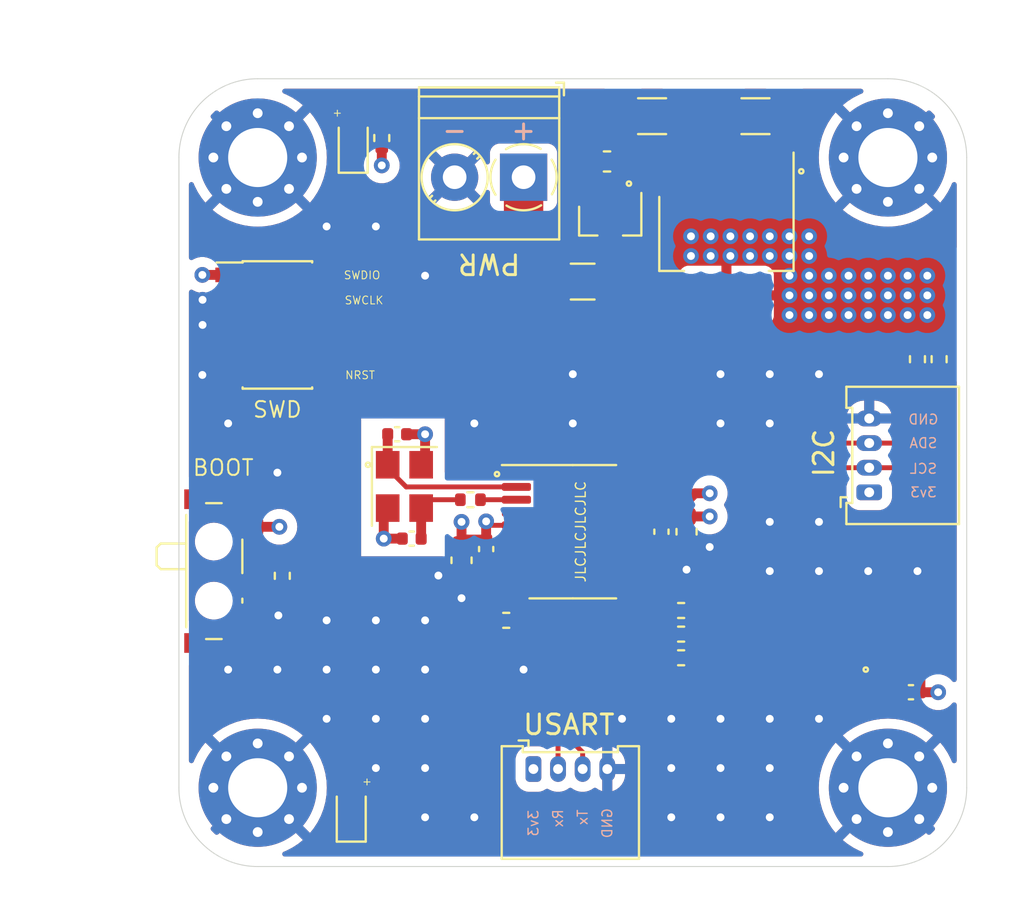
<source format=kicad_pcb>
(kicad_pcb (version 20211014) (generator pcbnew)
  (layers (0 "F.Cu" signal) (1 "In1.Cu" power) (2 "In2.Cu" power) (31 "B.Cu" signal) (34 "B.Paste" user) (35 "F.Paste" user) (36 "B.SilkS" user "B.Silkscreen") (37 "F.SilkS" user "F.Silkscreen") (38 "B.Mask" user) (39 "F.Mask" user) (44 "Edge.Cuts" user))
  (net 0 "")
  (net 1 "+3V3")
  (net 2 "GND")
  (net 3 "RCC_OSC_IN")
  (net 4 "Net-(C4-Pad1)")
  (net 5 "VCC")
  (net 6 "Net-(D3-Pad2)")
  (net 7 "Net-(D4-Pad2)")
  (net 8 "Net-(D5-Pad1)")
  (net 9 "Net-(D5-Pad2)")
  (net 10 "Net-(D5-Pad3)")
  (net 11 "Net-(F1-Pad1)")
  (net 12 "Net-(F1-Pad2)")
  (net 13 "I2C1_SCL")
  (net 14 "I2C1_SDA")
  (net 15 "SYS_SWDIO")
  (net 16 "SYS_SWCLK")
  (net 17 "Net-(J3-Pad6)")
  (net 18 "Net-(J3-Pad7)")
  (net 19 "Net-(J3-Pad8)")
  (net 20 "NRST")
  (net 21 "USART1_TX")
  (net 22 "USART1_RX")
  (net 23 "RCC_OSC_OUT")
  (net 24 "TIM3_CH1")
  (net 25 "TIM3_CH2")
  (net 26 "TIM3_CH4")
  (net 27 "TIM14_CH1")
  (net 28 "BOOT")
  (net 29 "Net-(R12-Pad1)")
  (net 30 "Net-(U1-Pad6)")
  (net 31 "Net-(U1-Pad7)")
  (net 32 "Net-(U1-Pad11)")
  (net 33 "Net-(FB1-Pad2)")
  (footprint "Capacitor_SMD:C_0603_1608Metric" (layer "F.Cu") (at 55.775 53 -90)
    (fp_text reference "C1")
    (fp_text value "4u7")
    (pad "1" smd roundrect locked (at -0.775 0 270) (size 0.9 0.95) (layers "F.Cu" "F.Paste" "F.Mask") (net 1 "+3V3"))
    (pad "2" smd roundrect locked (at 0.775 0 270) (size 0.9 0.95) (layers "F.Cu" "F.Paste" "F.Mask") (net 2 "GND"))
  )
  (footprint "Capacitor_SMD:C_0402_1005Metric" (layer "F.Cu") (at 54.5 53 -90)
    (fp_text reference "C2")
    (fp_text value "100n")
    (pad "1" smd roundrect locked (at -0.48 0 270) (size 0.56 0.62) (layers "F.Cu" "F.Paste" "F.Mask") (net 1 "+3V3"))
    (pad "2" smd roundrect locked (at 0.48 0 270) (size 0.56 0.62) (layers "F.Cu" "F.Paste" "F.Mask") (net 2 "GND"))
  )
  (footprint "Capacitor_SMD:C_0603_1608Metric" (layer "F.Cu") (at 44.35 54.45 -90)
    (fp_text reference "C5")
    (fp_text value "1u")
    (pad "1" smd roundrect locked (at -0.775 0 270) (size 0.9 0.95) (layers "F.Cu" "F.Paste" "F.Mask") (net 1 "+3V3"))
    (pad "2" smd roundrect locked (at 0.775 0 270) (size 0.9 0.95) (layers "F.Cu" "F.Paste" "F.Mask") (net 2 "GND"))
  )
  (footprint "MountingHole:MountingHole_3mm_Pad_Via" (layer "F.Cu") (at 34 34)
    (fp_text reference "H1")
    (fp_text value "MountingHole_Pad")
    (pad "1" thru_hole circle locked (at 2.25 0) (size 0.8 0.8) (drill 0.5) (layers *.Cu *.Mask) (net 2 "GND"))
    (pad "1" thru_hole circle locked (at -2.25 0) (size 0.8 0.8) (drill 0.5) (layers *.Cu *.Mask) (net 2 "GND"))
    (pad "1" thru_hole circle locked (at 1.59099 -1.59099) (size 0.8 0.8) (drill 0.5) (layers *.Cu *.Mask) (net 2 "GND"))
    (pad "1" thru_hole circle locked (at 1.59099 1.59099) (size 0.8 0.8) (drill 0.5) (layers *.Cu *.Mask) (net 2 "GND"))
    (pad "1" thru_hole circle locked (at -1.59099 -1.59099) (size 0.8 0.8) (drill 0.5) (layers *.Cu *.Mask) (net 2 "GND"))
    (pad "1" thru_hole circle locked (at -1.59099 1.59099) (size 0.8 0.8) (drill 0.5) (layers *.Cu *.Mask) (net 2 "GND"))
    (pad "1" thru_hole circle locked (at 0 2.25) (size 0.8 0.8) (drill 0.5) (layers *.Cu *.Mask) (net 2 "GND"))
    (pad "1" thru_hole circle locked (at 0 0) (size 6 6) (drill 3) (layers *.Cu *.Mask) (net 2 "GND"))
    (pad "1" thru_hole circle locked (at 0 -2.25) (size 0.8 0.8) (drill 0.5) (layers *.Cu *.Mask) (net 2 "GND"))
  )
  (footprint "MountingHole:MountingHole_3mm_Pad_Via" (layer "F.Cu") (at 34 66)
    (fp_text reference "H2")
    (fp_text value "MountingHole_Pad")
    (pad "1" thru_hole circle locked (at 1.59099 1.59099) (size 0.8 0.8) (drill 0.5) (layers *.Cu *.Mask) (net 2 "GND"))
    (pad "1" thru_hole circle locked (at -2.25 0) (size 0.8 0.8) (drill 0.5) (layers *.Cu *.Mask) (net 2 "GND"))
    (pad "1" thru_hole circle locked (at -1.59099 -1.59099) (size 0.8 0.8) (drill 0.5) (layers *.Cu *.Mask) (net 2 "GND"))
    (pad "1" thru_hole circle locked (at 0 0) (size 6 6) (drill 3) (layers *.Cu *.Mask) (net 2 "GND"))
    (pad "1" thru_hole circle locked (at -1.59099 1.59099) (size 0.8 0.8) (drill 0.5) (layers *.Cu *.Mask) (net 2 "GND"))
    (pad "1" thru_hole circle locked (at 0 -2.25) (size 0.8 0.8) (drill 0.5) (layers *.Cu *.Mask) (net 2 "GND"))
    (pad "1" thru_hole circle locked (at 2.25 0) (size 0.8 0.8) (drill 0.5) (layers *.Cu *.Mask) (net 2 "GND"))
    (pad "1" thru_hole circle locked (at 1.59099 -1.59099) (size 0.8 0.8) (drill 0.5) (layers *.Cu *.Mask) (net 2 "GND"))
    (pad "1" thru_hole circle locked (at 0 2.25) (size 0.8 0.8) (drill 0.5) (layers *.Cu *.Mask) (net 2 "GND"))
  )
  (footprint "MountingHole:MountingHole_3mm_Pad_Via" (layer "F.Cu") (at 66 66)
    (fp_text reference "H3")
    (fp_text value "MountingHole_Pad")
    (pad "1" thru_hole circle locked (at 0 -2.25) (size 0.8 0.8) (drill 0.5) (layers *.Cu *.Mask) (net 2 "GND"))
    (pad "1" thru_hole circle locked (at 1.59099 -1.59099) (size 0.8 0.8) (drill 0.5) (layers *.Cu *.Mask) (net 2 "GND"))
    (pad "1" thru_hole circle locked (at 2.25 0) (size 0.8 0.8) (drill 0.5) (layers *.Cu *.Mask) (net 2 "GND"))
    (pad "1" thru_hole circle locked (at -2.25 0) (size 0.8 0.8) (drill 0.5) (layers *.Cu *.Mask) (net 2 "GND"))
    (pad "1" thru_hole circle locked (at 1.59099 1.59099) (size 0.8 0.8) (drill 0.5) (layers *.Cu *.Mask) (net 2 "GND"))
    (pad "1" thru_hole circle locked (at -1.59099 1.59099) (size 0.8 0.8) (drill 0.5) (layers *.Cu *.Mask) (net 2 "GND"))
    (pad "1" thru_hole circle locked (at 0 2.25) (size 0.8 0.8) (drill 0.5) (layers *.Cu *.Mask) (net 2 "GND"))
    (pad "1" thru_hole circle locked (at -1.59099 -1.59099) (size 0.8 0.8) (drill 0.5) (layers *.Cu *.Mask) (net 2 "GND"))
    (pad "1" thru_hole circle locked (at 0 0) (size 6 6) (drill 3) (layers *.Cu *.Mask) (net 2 "GND"))
  )
  (footprint "Connector_PinHeader_1.27mm:PinHeader_2x05_P1.27mm_Vertical_SMD" (layer "F.Cu") (at 35 42.5)
    (fp_text reference "J3")
    (fp_text value "SWD")
    (pad "1" smd rect locked (at -1.95 -2.54) (size 2.4 0.74) (layers "F.Cu" "F.Paste" "F.Mask") (net 1 "+3V3"))
    (pad "2" smd rect locked (at 1.95 -2.54) (size 2.4 0.74) (layers "F.Cu" "F.Paste" "F.Mask") (net 15 "SYS_SWDIO"))
    (pad "3" smd rect locked (at -1.95 -1.27) (size 2.4 0.74) (layers "F.Cu" "F.Paste" "F.Mask") (net 2 "GND"))
    (pad "4" smd rect locked (at 1.95 -1.27) (size 2.4 0.74) (layers "F.Cu" "F.Paste" "F.Mask") (net 16 "SYS_SWCLK"))
    (pad "5" smd rect locked (at -1.95 0) (size 2.4 0.74) (layers "F.Cu" "F.Paste" "F.Mask") (net 2 "GND"))
    (pad "6" smd rect locked (at 1.95 0) (size 2.4 0.74) (layers "F.Cu" "F.Paste" "F.Mask") (net 17 "Net-(J3-Pad6)"))
    (pad "7" smd rect locked (at -1.95 1.27) (size 2.4 0.74) (layers "F.Cu" "F.Paste" "F.Mask") (net 18 "Net-(J3-Pad7)"))
    (pad "8" smd rect locked (at 1.95 1.27) (size 2.4 0.74) (layers "F.Cu" "F.Paste" "F.Mask") (net 19 "Net-(J3-Pad8)"))
    (pad "9" smd rect locked (at -1.95 2.54) (size 2.4 0.74) (layers "F.Cu" "F.Paste" "F.Mask") (net 2 "GND"))
    (pad "10" smd rect locked (at 1.95 2.54) (size 2.4 0.74) (layers "F.Cu" "F.Paste" "F.Mask") (net 20 "NRST"))
  )
  (footprint "Resistor_SMD:R_0402_1005Metric" (layer "F.Cu") (at 68.6 44.24 -90)
    (fp_text reference "R3")
    (fp_text value "4k7")
    (pad "1" smd roundrect locked (at -0.51 0 270) (size 0.54 0.64) (layers "F.Cu" "F.Paste" "F.Mask") (net 1 "+3V3"))
    (pad "2" smd roundrect locked (at 0.51 0 270) (size 0.54 0.64) (layers "F.Cu" "F.Paste" "F.Mask") (net 13 "I2C1_SCL"))
  )
  (footprint "Resistor_SMD:R_0402_1005Metric" (layer "F.Cu") (at 67.5 44.24 -90)
    (fp_text reference "R6")
    (fp_text value "4k7")
    (pad "1" smd roundrect locked (at -0.51 0 270) (size 0.54 0.64) (layers "F.Cu" "F.Paste" "F.Mask") (net 1 "+3V3"))
    (pad "2" smd roundrect locked (at 0.51 0 270) (size 0.54 0.64) (layers "F.Cu" "F.Paste" "F.Mask") (net 14 "I2C1_SDA"))
  )
  (footprint "Resistor_SMD:R_0402_1005Metric" (layer "F.Cu") (at 55.5 59.4 180)
    (fp_text reference "R8")
    (fp_text value "1k5")
    (pad "1" smd roundrect locked (at -0.51 0 180) (size 0.54 0.64) (layers "F.Cu" "F.Paste" "F.Mask") (net 8 "Net-(D5-Pad1)"))
    (pad "2" smd roundrect locked (at 0.51 0 180) (size 0.54 0.64) (layers "F.Cu" "F.Paste" "F.Mask") (net 26 "TIM3_CH4"))
  )
  (footprint "Resistor_SMD:R_0402_1005Metric" (layer "F.Cu") (at 35.25 55.24 90)
    (fp_text reference "R12")
    (fp_text value "10k")
    (pad "1" smd roundrect locked (at -0.51 0 90) (size 0.54 0.64) (layers "F.Cu" "F.Paste" "F.Mask") (net 29 "Net-(R12-Pad1)"))
    (pad "2" smd roundrect locked (at 0.51 0 90) (size 0.54 0.64) (layers "F.Cu" "F.Paste" "F.Mask") (net 28 "BOOT"))
  )
  (footprint "Button_Switch_SMD:SW_SPDT_PCM12" (layer "F.Cu") (at 32.1 55 -90)
    (fp_text reference "SW1")
    (fp_text value "BOOT")
    (pad "" smd rect locked (at 3.65 1.43 270) (size 1 0.8) (layers "F.Cu" "F.Paste" "F.Mask"))
    (pad "" smd rect locked (at -3.65 -0.78 270) (size 1 0.8) (layers "F.Cu" "F.Paste" "F.Mask"))
    (pad "" np_thru_hole circle locked (at 1.5 0.33 270) (size 0.9 0.9) (drill 0.9) (layers *.Cu *.Mask))
    (pad "" smd rect locked (at 3.65 -0.78 270) (size 1 0.8) (layers "F.Cu" "F.Paste" "F.Mask"))
    (pad "" np_thru_hole circle locked (at -1.5 0.33 270) (size 0.9 0.9) (drill 0.9) (layers *.Cu *.Mask))
    (pad "" smd rect locked (at -3.65 1.43 270) (size 1 0.8) (layers "F.Cu" "F.Paste" "F.Mask"))
    (pad "1" smd rect locked (at -2.25 -1.43 270) (size 0.7 1.5) (layers "F.Cu" "F.Paste" "F.Mask") (net 1 "+3V3"))
    (pad "2" smd rect locked (at 0.75 -1.43 270) (size 0.7 1.5) (layers "F.Cu" "F.Paste" "F.Mask") (net 29 "Net-(R12-Pad1)"))
    (pad "3" smd rect locked (at 2.25 -1.43 270) (size 0.7 1.5) (layers "F.Cu" "F.Paste" "F.Mask") (net 2 "GND"))
  )
  (footprint "Capacitor_SMD:C_0402_1005Metric" (layer "F.Cu") (at 45.6 53.88 -90)
    (fp_text reference "C6")
    (fp_text value "100n")
    (pad "1" smd roundrect locked (at -0.48 0 270) (size 0.56 0.62) (layers "F.Cu" "F.Paste" "F.Mask") (net 1 "+3V3"))
    (pad "2" smd roundrect locked (at 0.48 0 270) (size 0.56 0.62) (layers "F.Cu" "F.Paste" "F.Mask") (net 2 "GND"))
  )
  (footprint "Resistor_SMD:R_0402_1005Metric" (layer "F.Cu") (at 44.8 51.375 180)
    (fp_text reference "R2")
    (fp_text value "0")
    (pad "1" smd roundrect locked (at -0.51 0 180) (size 0.54 0.64) (layers "F.Cu" "F.Paste" "F.Mask") (net 23 "RCC_OSC_OUT"))
    (pad "2" smd roundrect locked (at 0.51 0 180) (size 0.54 0.64) (layers "F.Cu" "F.Paste" "F.Mask") (net 4 "Net-(C4-Pad1)"))
  )
  (footprint "Capacitor_SMD:C_0402_1005Metric" (layer "F.Cu") (at 41.08 48.05 180)
    (fp_text reference "C3")
    (fp_text value "6p")
    (pad "1" smd roundrect locked (at -0.48 0 180) (size 0.56 0.62) (layers "F.Cu" "F.Paste" "F.Mask") (net 2 "GND"))
    (pad "2" smd roundrect locked (at 0.48 0 180) (size 0.56 0.62) (layers "F.Cu" "F.Paste" "F.Mask") (net 3 "RCC_OSC_IN"))
  )
  (footprint "Crystal:Crystal_SMD_3225-4Pin_3.2x2.5mm" (layer "F.Cu") (at 41.45 50.7 -90)
    (fp_text reference "Y1")
    (fp_text value "16MHz")
    (pad "1" smd rect locked (at -1.1 0.85 270) (size 1.4 1.2) (layers "F.Cu" "F.Paste" "F.Mask") (net 3 "RCC_OSC_IN"))
    (pad "2" smd rect locked (at 1.1 0.85 270) (size 1.4 1.2) (layers "F.Cu" "F.Paste" "F.Mask") (net 2 "GND"))
    (pad "3" smd rect locked (at 1.1 -0.85 270) (size 1.4 1.2) (layers "F.Cu" "F.Paste" "F.Mask") (net 4 "Net-(C4-Pad1)"))
    (pad "4" smd rect locked (at -1.1 -0.85 270) (size 1.4 1.2) (layers "F.Cu" "F.Paste" "F.Mask") (net 2 "GND"))
  )
  (footprint "Capacitor_SMD:C_0402_1005Metric" (layer "F.Cu") (at 41.82 53.35 180)
    (fp_text reference "C4")
    (fp_text value "6p")
    (pad "1" smd roundrect locked (at -0.48 0 180) (size 0.56 0.62) (layers "F.Cu" "F.Paste" "F.Mask") (net 4 "Net-(C4-Pad1)"))
    (pad "2" smd roundrect locked (at 0.48 0 180) (size 0.56 0.62) (layers "F.Cu" "F.Paste" "F.Mask") (net 2 "GND"))
  )
  (footprint "MountingHole:MountingHole_3mm_Pad_Via" (layer "F.Cu") (at 66 34)
    (fp_text reference "H4")
    (fp_text value "MountingHole_Pad")
    (pad "1" thru_hole circle locked (at 1.59099 -1.59099) (size 0.8 0.8) (drill 0.5) (layers *.Cu *.Mask) (net 2 "GND"))
    (pad "1" thru_hole circle locked (at 1.59099 1.59099) (size 0.8 0.8) (drill 0.5) (layers *.Cu *.Mask) (net 2 "GND"))
    (pad "1" thru_hole circle locked (at 0 -2.25) (size 0.8 0.8) (drill 0.5) (layers *.Cu *.Mask) (net 2 "GND"))
    (pad "1" thru_hole circle locked (at -1.59099 1.59099) (size 0.8 0.8) (drill 0.5) (layers *.Cu *.Mask) (net 2 "GND"))
    (pad "1" thru_hole circle locked (at 0 2.25) (size 0.8 0.8) (drill 0.5) (layers *.Cu *.Mask) (net 2 "GND"))
    (pad "1" thru_hole circle locked (at -1.59099 -1.59099) (size 0.8 0.8) (drill 0.5) (layers *.Cu *.Mask) (net 2 "GND"))
    (pad "1" thru_hole circle locked (at -2.25 0) (size 0.8 0.8) (drill 0.5) (layers *.Cu *.Mask) (net 2 "GND"))
    (pad "1" thru_hole circle locked (at 0 0) (size 6 6) (drill 3) (layers *.Cu *.Mask) (net 2 "GND"))
    (pad "1" thru_hole circle locked (at 2.25 0) (size 0.8 0.8) (drill 0.5) (layers *.Cu *.Mask) (net 2 "GND"))
  )
  (footprint "Package_TO_SOT_SMD:SOT-223-3_TabPin2" (layer "F.Cu") (at 57.8 37.85 -90)
    (fp_text reference "U2")
    (fp_text value "AMS1117-3.3")
    (pad "1" smd rect locked (at -3.15 -2.3 270) (size 2 1.5) (layers "F.Cu" "F.Paste" "F.Mask") (net 2 "GND"))
    (pad "2" smd rect locked (at 3.15 0 270) (size 2 3.8) (layers "F.Cu" "F.Paste" "F.Mask") (net 1 "+3V3"))
    (pad "2" smd rect locked (at -3.15 0 270) (size 2 1.5) (layers "F.Cu" "F.Paste" "F.Mask") (net 1 "+3V3"))
    (pad "3" smd rect locked (at -3.15 2.3 270) (size 2 1.5) (layers "F.Cu" "F.Paste" "F.Mask") (net 5 "VCC"))
  )
  (footprint "Capacitor_SMD:C_1206_3216Metric" (layer "F.Cu") (at 59.275 31.9)
    (fp_text reference "C8")
    (fp_text value "10u")
    (pad "1" smd roundrect locked (at -1.475 0) (size 1.15 1.8) (layers "F.Cu" "F.Paste" "F.Mask") (roundrect_rratio 0.2173904348) (net 1 "+3V3"))
    (pad "2" smd roundrect locked (at 1.475 0) (size 1.15 1.8) (layers "F.Cu" "F.Paste" "F.Mask") (roundrect_rratio 0.2173904348) (net 2 "GND"))
  )
  (footprint "Capacitor_SMD:C_1206_3216Metric" (layer "F.Cu") (at 54.025 31.9)
    (fp_text reference "C7")
    (fp_text value "10u")
    (pad "1" smd roundrect locked (at -1.475 0) (size 1.15 1.8) (layers "F.Cu" "F.Paste" "F.Mask") (roundrect_rratio 0.2173904348) (net 2 "GND"))
    (pad "2" smd roundrect locked (at 1.475 0) (size 1.15 1.8) (layers "F.Cu" "F.Paste" "F.Mask") (roundrect_rratio 0.2173904348) (net 5 "VCC"))
  )
  (footprint "Package_SO:TSSOP-20_4.4x6.5mm_P0.65mm" (layer "F.Cu") (at 50 53)
    (fp_text reference "U1")
    (fp_text value "STM32F030F4Px")
    (pad "1" smd roundrect locked (at -2.8625 -2.925) (size 1.475 0.4) (layers "F.Cu" "F.Paste" "F.Mask") (net 28 "BOOT"))
    (pad "2" smd roundrect locked (at -2.8625 -2.275) (size 1.475 0.4) (layers "F.Cu" "F.Paste" "F.Mask") (net 3 "RCC_OSC_IN"))
    (pad "3" smd roundrect locked (at -2.8625 -1.625) (size 1.475 0.4) (layers "F.Cu" "F.Paste" "F.Mask") (net 23 "RCC_OSC_OUT"))
    (pad "4" smd roundrect locked (at -2.8625 -0.975) (size 1.475 0.4) (layers "F.Cu" "F.Paste" "F.Mask") (net 20 "NRST"))
    (pad "5" smd roundrect locked (at -2.8625 -0.325) (size 1.475 0.4) (layers "F.Cu" "F.Paste" "F.Mask") (net 1 "+3V3"))
    (pad "6" smd roundrect locked (at -2.8625 0.325) (size 1.475 0.4) (layers "F.Cu" "F.Paste" "F.Mask") (net 30 "Net-(U1-Pad6)"))
    (pad "7" smd roundrect locked (at -2.8625 0.975) (size 1.475 0.4) (layers "F.Cu" "F.Paste" "F.Mask") (net 31 "Net-(U1-Pad7)"))
    (pad "8" smd roundrect locked (at -2.8625 1.625) (size 1.475 0.4) (layers "F.Cu" "F.Paste" "F.Mask") (net 21 "USART1_TX"))
    (pad "9" smd roundrect locked (at -2.8625 2.275) (size 1.475 0.4) (layers "F.Cu" "F.Paste" "F.Mask") (net 22 "USART1_RX"))
    (pad "10" smd roundrect locked (at -2.8625 2.925) (size 1.475 0.4) (layers "F.Cu" "F.Paste" "F.Mask") (net 27 "TIM14_CH1"))
    (pad "11" smd roundrect locked (at 2.8625 2.925) (size 1.475 0.4) (layers "F.Cu" "F.Paste" "F.Mask") (net 32 "Net-(U1-Pad11)"))
    (pad "12" smd roundrect locked (at 2.8625 2.275) (size 1.475 0.4) (layers "F.Cu" "F.Paste" "F.Mask") (net 24 "TIM3_CH1"))
    (pad "13" smd roundrect locked (at 2.8625 1.625) (size 1.475 0.4) (layers "F.Cu" "F.Paste" "F.Mask") (net 25 "TIM3_CH2"))
    (pad "14" smd roundrect locked (at 2.8625 0.975) (size 1.475 0.4) (layers "F.Cu" "F.Paste" "F.Mask") (net 26 "TIM3_CH4"))
    (pad "15" smd roundrect locked (at 2.8625 0.325) (size 1.475 0.4) (layers "F.Cu" "F.Paste" "F.Mask") (net 2 "GND"))
    (pad "16" smd roundrect locked (at 2.8625 -0.325) (size 1.475 0.4) (layers "F.Cu" "F.Paste" "F.Mask") (net 1 "+3V3"))
    (pad "17" smd roundrect locked (at 2.8625 -0.975) (size 1.475 0.4) (layers "F.Cu" "F.Paste" "F.Mask") (net 13 "I2C1_SCL"))
    (pad "18" smd roundrect locked (at 2.8625 -1.625) (size 1.475 0.4) (layers "F.Cu" "F.Paste" "F.Mask") (net 14 "I2C1_SDA"))
    (pad "19" smd roundrect locked (at 2.8625 -2.275) (size 1.475 0.4) (layers "F.Cu" "F.Paste" "F.Mask") (net 15 "SYS_SWDIO"))
    (pad "20" smd roundrect locked (at 2.8625 -2.925) (size 1.475 0.4) (layers "F.Cu" "F.Paste" "F.Mask") (net 16 "SYS_SWCLK"))
  )
  (footprint "Inductor_SMD:L_0603_1608Metric" (layer "F.Cu") (at 51.7375 34.2 180)
    (fp_text reference "FB1")
    (fp_text value "100@100MHz")
    (pad "1" smd roundrect locked (at -0.7875 0 180) (size 0.875 0.95) (layers "F.Cu" "F.Paste" "F.Mask") (net 5 "VCC"))
    (pad "2" smd roundrect locked (at 0.7875 0 180) (size 0.875 0.95) (layers "F.Cu" "F.Paste" "F.Mask") (net 33 "Net-(FB1-Pad2)"))
  )
  (footprint "Resistor_SMD:R_0402_1005Metric" (layer "F.Cu") (at 46.62 57.5)
    (fp_text reference "R11")
    (fp_text value "1k5")
    (pad "1" smd roundrect locked (at -0.51 0) (size 0.54 0.64) (layers "F.Cu" "F.Paste" "F.Mask") (net 7 "Net-(D4-Pad2)"))
    (pad "2" smd roundrect locked (at 0.51 0) (size 0.54 0.64) (layers "F.Cu" "F.Paste" "F.Mask") (net 27 "TIM14_CH1"))
  )
  (footprint "LED_SMD:LED_0603_1608Metric" (layer "F.Cu") (at 38.75 67.25 90)
    (fp_text reference "D4")
    (fp_text value "Yellow")
    (pad "1" smd roundrect locked (at -0.7875 0 90) (size 0.875 0.95) (layers "F.Cu" "F.Paste" "F.Mask") (net 2 "GND"))
    (pad "2" smd roundrect locked (at 0.7875 0 90) (size 0.875 0.95) (layers "F.Cu" "F.Paste" "F.Mask") (net 7 "Net-(D4-Pad2)"))
  )
  (footprint "Resistor_SMD:R_0402_1005Metric" (layer "F.Cu") (at 55.5 57 180)
    (fp_text reference "R10")
    (fp_text value "1k5")
    (pad "1" smd roundrect locked (at -0.51 0 180) (size 0.54 0.64) (layers "F.Cu" "F.Paste" "F.Mask") (net 10 "Net-(D5-Pad3)"))
    (pad "2" smd roundrect locked (at 0.51 0 180) (size 0.54 0.64) (layers "F.Cu" "F.Paste" "F.Mask") (net 25 "TIM3_CH2"))
  )
  (footprint "Resistor_SMD:R_0402_1005Metric" (layer "F.Cu") (at 55.5 58.2 180)
    (fp_text reference "R9")
    (fp_text value "1k5")
    (pad "1" smd roundrect locked (at -0.51 0 180) (size 0.54 0.64) (layers "F.Cu" "F.Paste" "F.Mask") (net 9 "Net-(D5-Pad2)"))
    (pad "2" smd roundrect locked (at 0.51 0 180) (size 0.54 0.64) (layers "F.Cu" "F.Paste" "F.Mask") (net 24 "TIM3_CH1"))
  )
  (footprint "Connector_Molex:Molex_PicoBlade_53048-0410_1x04_P1.25mm_Horizontal" (layer "F.Cu") (at 48 65.05)
    (fp_text reference "J4")
    (fp_text value "USART1")
    (pad "1" thru_hole roundrect locked (at 0 0) (size 0.8 1.3) (drill 0.5) (layers *.Cu *.Mask) (net 1 "+3V3"))
    (pad "2" thru_hole oval locked (at 1.25 0) (size 0.8 1.3) (drill 0.5) (layers *.Cu *.Mask) (net 22 "USART1_RX"))
    (pad "3" thru_hole oval locked (at 2.5 0) (size 0.8 1.3) (drill 0.5) (layers *.Cu *.Mask) (net 21 "USART1_TX"))
    (pad "4" thru_hole oval locked (at 3.75 0) (size 0.8 1.3) (drill 0.5) (layers *.Cu *.Mask) (net 2 "GND"))
  )
  (footprint "Package_TO_SOT_SMD:SOT-23" (layer "F.Cu") (at 51.9 37.2 -90)
    (fp_text reference "Q1")
    (fp_text value "AO3401A")
    (pad "1" smd rect locked (at -1 -0.95 270) (size 0.9 0.8) (layers "F.Cu" "F.Paste" "F.Mask") (net 2 "GND"))
    (pad "2" smd rect locked (at -1 0.95 270) (size 0.9 0.8) (layers "F.Cu" "F.Paste" "F.Mask") (net 33 "Net-(FB1-Pad2)"))
    (pad "3" smd rect locked (at 1 0 270) (size 0.9 0.8) (layers "F.Cu" "F.Paste" "F.Mask") (net 11 "Net-(F1-Pad1)"))
  )
  (footprint "Fuse:Fuse_1206_3216Metric" (layer "F.Cu") (at 50.5 40.3 180)
    (fp_text reference "F1")
    (fp_text value "1A/33V")
    (pad "1" smd roundrect locked (at -1.4 0 180) (size 1.25 1.75) (layers "F.Cu" "F.Paste" "F.Mask") (roundrect_rratio 0.2) (net 11 "Net-(F1-Pad1)"))
    (pad "2" smd roundrect locked (at 1.4 0 180) (size 1.25 1.75) (layers "F.Cu" "F.Paste" "F.Mask") (roundrect_rratio 0.2) (net 12 "Net-(F1-Pad2)"))
  )
  (footprint "TerminalBlock_Phoenix:TerminalBlock_Phoenix_PT-1,5-2-3.5-H_1x02_P3.50mm_Horizontal" (layer "F.Cu") (at 47.5 35 180)
    (fp_text reference "J1")
    (fp_text value "PWR")
    (pad "1" thru_hole rect locked (at 0 0 180) (size 2.4 2.4) (drill 1.2) (layers *.Cu *.Mask) (net 12 "Net-(F1-Pad2)"))
    (pad "2" thru_hole circle locked (at 3.5 0 180) (size 2.4 2.4) (drill 1.2) (layers *.Cu *.Mask) (net 2 "GND"))
  )
  (footprint "LED_SMD:LED_0603_1608Metric" (layer "F.Cu") (at 38.85 33.2875 90)
    (fp_text reference "D3")
    (fp_text value "Green")
    (pad "1" smd roundrect locked (at -0.7875 0 90) (size 0.875 0.95) (layers "F.Cu" "F.Paste" "F.Mask") (net 2 "GND"))
    (pad "2" smd roundrect locked (at 0.7875 0 90) (size 0.875 0.95) (layers "F.Cu" "F.Paste" "F.Mask") (net 6 "Net-(D3-Pad2)"))
  )
  (footprint "Resistor_SMD:R_0402_1005Metric" (layer "F.Cu") (at 40.3 33.01 -90)
    (fp_text reference "R7")
    (fp_text value "1k5")
    (pad "1" smd roundrect locked (at -0.51 0 270) (size 0.54 0.64) (layers "F.Cu" "F.Paste" "F.Mask") (net 6 "Net-(D3-Pad2)"))
    (pad "2" smd roundrect locked (at 0.51 0 270) (size 0.54 0.64) (layers "F.Cu" "F.Paste" "F.Mask") (net 1 "+3V3"))
  )
  (footprint "Connector_Molex:Molex_PicoBlade_53048-0410_1x04_P1.25mm_Horizontal" (layer "F.Cu") (at 65.05 51 90)
    (fp_text reference "J2")
    (fp_text value "I2C1")
    (pad "1" thru_hole roundrect locked (at 0 0 90) (size 0.8 1.3) (drill 0.5) (layers *.Cu *.Mask) (net 1 "+3V3"))
    (pad "2" thru_hole oval locked (at 1.25 0 90) (size 0.8 1.3) (drill 0.5) (layers *.Cu *.Mask) (net 13 "I2C1_SCL"))
    (pad "3" thru_hole oval locked (at 2.5 0 90) (size 0.8 1.3) (drill 0.5) (layers *.Cu *.Mask) (net 14 "I2C1_SDA"))
    (pad "4" thru_hole oval locked (at 3.75 0 90) (size 0.8 1.3) (drill 0.5) (layers *.Cu *.Mask) (net 2 "GND"))
  )
  (footprint "Capacitor_SMD:C_0402_1005Metric" (layer "F.Cu") (at 67.17 61.15 180)
    (fp_text reference "C12")
    (fp_text value "10n")
    (pad "1" smd roundrect locked (at -0.48 0 180) (size 0.56 0.62) (layers "F.Cu" "F.Paste" "F.Mask") (net 1 "+3V3"))
    (pad "2" smd roundrect locked (at 0.48 0 180) (size 0.56 0.62) (layers "F.Cu" "F.Paste" "F.Mask") (net 2 "GND"))
  )
  (footprint "LED_SMD:WE_WL-SFCD-150066M153000" (layer "F.Cu") (at 66.75 59.5)
    (fp_text reference "D5")
    (fp_text value "LED_RGBA")
    (pad "1" smd rect locked (at -0.9 0.5) (size 1 0.5) (layers "F.Cu" "F.Paste" "F.Mask") (net 8 "Net-(D5-Pad1)"))
    (pad "2" smd rect locked (at -0.9 -0.5) (size 1 0.5) (layers "F.Cu" "F.Paste" "F.Mask") (net 9 "Net-(D5-Pad2)"))
    (pad "3" smd rect locked (at 0.9 -0.5) (size 1 0.5) (layers "F.Cu" "F.Paste" "F.Mask") (net 10 "Net-(D5-Pad3)"))
    (pad "4" smd rect locked (at 0.9 0.5) (size 1 0.5) (layers "F.Cu" "F.Paste" "F.Mask") (net 1 "+3V3"))
  )
  (gr_circle (center 46.15 50.075) (end 46.15 50.125) (layer "F.SilkS") (width 0.12) (fill none))
  (gr_circle (center 61.6 34.7) (end 61.6 34.75) (layer "F.SilkS") (width 0.12) (fill none))
  (gr_circle (center 64.875 60) (end 64.875 60.05) (layer "F.SilkS") (width 0.12) (fill none))
  (gr_circle (center 52.85 35.325) (end 52.85 35.375) (layer "F.SilkS") (width 0.12) (fill none))
  (gr_circle (center 39.6 49.6) (end 39.6 49.65) (layer "F.SilkS") (width 0.12) (fill none))
  (gr_line (start 30 66) (end 30 34) (layer "Edge.Cuts") (width 0.05))
  (gr_line (start 34 30) (end 66 30) (layer "Edge.Cuts") (width 0.05))
  (gr_arc (start 70 66) (mid 68.828427 68.828427) (end 66 70) (layer "Edge.Cuts") (width 0.05))
  (gr_line (start 66 70) (end 34 70) (layer "Edge.Cuts") (width 0.05))
  (gr_line (start 70 34) (end 70 66) (layer "Edge.Cuts") (width 0.05))
  (gr_arc (start 30 34) (mid 31.171573 31.171573) (end 34 30) (layer "Edge.Cuts") (width 0.05))
  (gr_arc (start 34 70) (mid 31.171573 68.828427) (end 30 66) (layer "Edge.Cuts") (width 0.05))
  (gr_arc (start 66 30) (mid 68.828427 31.171573) (end 70 34) (layer "Edge.Cuts") (width 0.05))
  (gr_text "-" (at 44 32.75 180) (layer "B.SilkS") (effects (font (size 1 1))))
  (gr_text "+" (at 47.5 32.75 180) (layer "B.SilkS") (effects (font (size 1 1))))
  (gr_text "3v3" (at 67.8 51) (layer "B.SilkS") (effects (font (size 0.5 0.5) (thickness 0.07)) (justify mirror)))
  (gr_text "SCL" (at 67.8 49.8) (layer "B.SilkS") (effects (font (size 0.5 0.5) (thickness 0.07)) (justify mirror)))
  (gr_text "SDA" (at 67.8 48.5) (layer "B.SilkS") (effects (font (size 0.5 0.5) (thickness 0.07)) (justify mirror)))
  (gr_text "GND" (at 67.8 47.3) (layer "B.SilkS") (effects (font (size 0.5 0.5) (thickness 0.07)) (justify mirror)))
  (gr_text "Rx" (at 49.25 67.55 90) (layer "B.SilkS") (effects (font (size 0.5 0.5) (thickness 0.07)) (justify mirror)))
  (gr_text "Tx" (at 50.5 67.5 90) (layer "B.SilkS") (effects (font (size 0.5 0.5) (thickness 0.07)) (justify mirror)))
  (gr_text "GND" (at 51.75 67.8 90) (layer "B.SilkS") (effects (font (size 0.5 0.5) (thickness 0.07)) (justify mirror)))
  (gr_text "3v3" (at 48 67.8 90) (layer "B.SilkS") (effects (font (size 0.5 0.5) (thickness 0.07)) (justify mirror)))
  (gr_text "+" (at 39.55 65.675) (layer "F.SilkS") (effects (font (size 0.4 0.4) (thickness 0.05))))
  (gr_text "SWCLK" (at 39.4 41.25) (layer "F.SilkS") (effects (font (size 0.4 0.4) (thickness 0.05))))
  (gr_text "NRST" (at 39.2 45.05) (layer "F.SilkS") (effects (font (size 0.4 0.4) (thickness 0.05))))
  (gr_text "JLCJLCJLCJLC" (at 50.4 53 90) (layer "F.SilkS") (effects (font (size 0.5 0.5) (thickness 0.07))))
  (gr_text "+" (at 38.075 31.75 270) (layer "F.SilkS") (effects (font (size 0.4 0.4) (thickness 0.05))))
  (gr_text "PWR" (at 45.75 39.4 180) (layer "F.SilkS") (effects (font (size 1 1))))
  (gr_text "BOOT" (at 32.25 49.75) (layer "F.SilkS") (effects (font (size 0.8 0.8) (thickness 0.1))))
  (gr_text "USART" (at 49.8 62.8) (layer "F.SilkS") (effects (font (size 1 1))))
  (gr_text "SWD" (at 35 46.8) (layer "F.SilkS") (effects (font (size 0.8 0.8) (thickness 0.1))))
  (gr_text "SWDIO" (at 39.3 39.975) (layer "F.SilkS") (effects (font (size 0.4 0.4) (thickness 0.05))))
  (gr_text "I2C" (at 62.75 49 90) (layer "F.SilkS") (effects (font (size 1 1))))
  (segment (start 55.775 52.225) (end 54.795 52.225) (width 0.5) (layer "F.Cu") (net 1))
  (segment (start 54.345 52.675) (end 54.5 52.52) (width 0.25) (layer "F.Cu") (net 1))
  (segment (start 45.8 52.675) (end 45.6 52.475) (width 0.25) (layer "F.Cu") (net 1))
  (segment (start 57.8 34.7) (end 57.8 37.3) (width 1.5) (layer "F.Cu") (net 1))
  (segment (start 54.795 52.225) (end 54.5 52.52) (width 0.5) (layer "F.Cu") (net 1))
  (segment (start 52.8625 52.675) (end 54.345 52.675) (width 0.25) (layer "F.Cu") (net 1))
  (segment (start 33.05 39.96) (end 31.19 39.96) (width 0.5) (layer "F.Cu") (net 1))
  (segment (start 44.625 53.4) (end 45.6 53.4) (width 0.5) (layer "F.Cu") (net 1))
  (segment (start 56.95 51.05) (end 56.2 51.05) (width 0.5) (layer "F.Cu") (net 1))
  (segment (start 44.35 53.675) (end 44.35 52.5) (width 0.5) (layer "F.Cu") (net 1))
  (segment (start 47.1375 52.675) (end 45.8 52.675) (width 0.25) (layer "F.Cu") (net 1))
  (segment (start 57.8 31.9) (end 57.8 34.7) (width 1) (layer "F.Cu") (net 1))
  (segment (start 67.65 61.15) (end 67.65 60) (width 0.5) (layer "F.Cu") (net 1))
  (segment (start 56.2 51.05) (end 55.775 51.475) (width 0.5) (layer "F.Cu") (net 1))
  (segment (start 40.3 34.4) (end 40.3 33.52) (width 0.5) (layer "F.Cu") (net 1))
  (segment (start 55.775 51.475) (end 55.775 52.225) (width 0.5) (layer "F.Cu") (net 1))
  (segment (start 68.55 61.15) (end 67.65 61.15) (width 0.5) (layer "F.Cu") (net 1))
  (segment (start 35.1 52.75) (end 33.53 52.75) (width 0.5) (layer "F.Cu") (net 1))
  (segment (start 67.5 43.73) (end 67.5 42.85) (width 0.5) (layer "F.Cu") (net 1))
  (segment (start 55.775 52.225) (end 56.95 52.225) (width 0.5) (layer "F.Cu") (net 1))
  (segment (start 68.6 43.73) (end 68.6 42.8) (width 0.5) (layer "F.Cu") (net 1))
  (segment (start 45.6 53.4) (end 45.6 52.475) (width 0.5) (layer "F.Cu") (net 1))
  (segment (start 44.35 53.675) (end 44.625 53.4) (width 0.5) (layer "F.Cu") (net 1))
  (via (at 40.3 34.4) (size 0.8) (drill 0.4) (layers "F.Cu" "B.Cu") (net 1))
  (via (at 45.6 52.475) (size 0.8) (drill 0.4) (layers "F.Cu" "B.Cu") (net 1))
  (via (at 44.35 52.5) (size 0.8) (drill 0.4) (layers "F.Cu" "B.Cu") (net 1))
  (via (at 56.95 52.225) (size 0.8) (drill 0.4) (layers "F.Cu" "B.Cu") (net 1))
  (via (at 56.95 51.05) (size 0.8) (drill 0.4) (layers "F.Cu" "B.Cu") (net 1))
  (via (at 35.1 52.75) (size 0.8) (drill 0.4) (layers "F.Cu" "B.Cu") (net 1))
  (via (at 31.19 39.96) (size 0.8) (drill 0.4) (layers "F.Cu" "B.Cu") (net 1))
  (via (at 68.55 61.15) (size 0.8) (drill 0.4) (layers "F.Cu" "B.Cu") (net 1))
  (via (at 61 41) (size 0.8) (drill 0.4) (layers "F.Cu" "B.Cu") (net 1))
  (via (at 67 42) (size 0.8) (drill 0.4) (layers "F.Cu" "B.Cu") (net 1))
  (via (at 68 42) (size 0.8) (drill 0.4) (layers "F.Cu" "B.Cu") (net 1))
  (via (at 61 39) (size 0.8) (drill 0.4) (layers "F.Cu" "B.Cu") (net 1))
  (via (at 66 42) (size 0.8) (drill 0.4) (layers "F.Cu" "B.Cu") (net 1))
  (via (at 56 39) (size 0.8) (drill 0.4) (layers "F.Cu" "B.Cu") (net 1))
  (via (at 62 38) (size 0.8) (drill 0.4) (layers "F.Cu" "B.Cu") (net 1))
  (via (at 63 41) (size 0.8) (drill 0.4) (layers "F.Cu" "B.Cu") (net 1))
  (via (at 59 39) (size 0.8) (drill 0.4) (layers "F.Cu" "B.Cu") (net 1))
  (via (at 59 38) (size 0.8) (drill 0.4) (layers "F.Cu" "B.Cu") (net 1))
  (via (at 60 39) (size 0.8) (drill 0.4) (layers "F.Cu" "B.Cu") (net 1))
  (via (at 63 42) (size 0.8) (drill 0.4) (layers "F.Cu" "B.Cu") (net 1))
  (via (at 65 40) (size 0.8) (drill 0.4) (layers "F.Cu" "B.Cu") (net 1))
  (via (at 61 40) (size 0.8) (drill 0.4) (layers "F.Cu" "B.Cu") (net 1))
  (via (at 60 38) (size 0.8) (drill 0.4) (layers "F.Cu" "B.Cu") (net 1))
  (via (at 62 40) (size 0.8) (drill 0.4) (layers "F.Cu" "B.Cu") (net 1))
  (via (at 57 38) (size 0.8) (drill 0.4) (layers "F.Cu" "B.Cu") (net 1))
  (via (at 61 38) (size 0.8) (drill 0.4) (layers "F.Cu" "B.Cu") (net 1))
  (via (at 56 38) (size 0.8) (drill 0.4) (layers "F.Cu" "B.Cu") (net 1))
  (via (at 64 42) (size 0.8) (drill 0.4) (layers "F.Cu" "B.Cu") (net 1))
  (via (at 66 41) (size 0.8) (drill 0.4) (layers "F.Cu" "B.Cu") (net 1))
  (via (at 68 40) (size 0.8) (drill 0.4) (layers "F.Cu" "B.Cu") (net 1))
  (via (at 63 40) (size 0.8) (drill 0.4) (layers "F.Cu" "B.Cu") (net 1))
  (via (at 67 41) (size 0.8) (drill 0.4) (layers "F.Cu" "B.Cu") (net 1))
  (via (at 57 39) (size 0.8) (drill 0.4) (layers "F.Cu" "B.Cu") (net 1))
  (via (at 65 41) (size 0.8) (drill 0.4) (layers "F.Cu" "B.Cu") (net 1))
  (via (at 62 39) (size 0.8) (drill 0.4) (layers "F.Cu" "B.Cu") (net 1))
  (via (at 64 40) (size 0.8) (drill 0.4) (layers "F.Cu" "B.Cu") (net 1))
  (via (at 68 41) (size 0.8) (drill 0.4) (layers "F.Cu" "B.Cu") (net 1))
  (via (at 65 42) (size 0.8) (drill 0.4) (layers "F.Cu" "B.Cu") (net 1))
  (via (at 61 42) (size 0.8) (drill 0.4) (layers "F.Cu" "B.Cu") (net 1))
  (via (at 67 40) (size 0.8) (drill 0.4) (layers "F.Cu" "B.Cu") (net 1))
  (via (at 58 39) (size 0.8) (drill 0.4) (layers "F.Cu" "B.Cu") (net 1))
  (via (at 62 41) (size 0.8) (drill 0.4) (layers "F.Cu" "B.Cu") (net 1))
  (via (at 64 41) (size 0.8) (drill 0.4) (layers "F.Cu" "B.Cu") (net 1))
  (via (at 62 42) (size 0.8) (drill 0.4) (layers "F.Cu" "B.Cu") (net 1))
  (via (at 66 40) (size 0.8) (drill 0.4) (layers "F.Cu" "B.Cu") (net 1))
  (via (at 58 38) (size 0.8) (drill 0.4) (layers "F.Cu" "B.Cu") (net 1))
  (segment (start 35.05 57.25) (end 33.53 57.25) (width 0.5) (layer "F.Cu") (net 2))
  (segment (start 40.4 53.35) (end 40.4 52) (width 0.5) (layer "F.Cu") (net 2))
  (segment (start 55.775 53.775) (end 54.795 53.775) (width 0.5) (layer "F.Cu") (net 2))
  (segment (start 42.5 48.05) (end 42.5 49.4) (width 0.5) (layer "F.Cu") (net 2))
  (segment (start 52.8625 53.325) (end 54.345 53.325) (width 0.25) (layer "F.Cu") (net 2))
  (segment (start 40.4 53.35) (end 41.34 53.35) (width 0.5) (layer "F.Cu") (net 2))
  (segment (start 42.5 49.4) (end 42.3 49.6) (width 0.5) (layer "F.Cu") (net 2))
  (segment (start 54.345 53.325) (end 54.5 53.48) (width 0.25) (layer "F.Cu") (net 2))
  (segment (start 42.5 48.05) (end 41.56 48.05) (width 0.5) (layer "F.Cu") (net 2))
  (segment (start 40.4 52) (end 40.6 51.8) (width 0.5) (layer "F.Cu") (net 2))
  (segment (start 54.795 53.775) (end 54.5 53.48) (width 0.5) (layer "F.Cu") (net 2))
  (via (at 40.4 53.35) (size 0.8) (drill 0.4) (layers "F.Cu" "B.Cu") (net 2))
  (via (at 56.95 53.775) (size 0.8) (drill 0.4) (layers "F.Cu" "B.Cu") (net 2))
  (via (at 43.175 55.225) (size 0.8) (drill 0.4) (layers "F.Cu" "B.Cu") (net 2))
  (via (at 44.35 56.375) (size 0.8) (drill 0.4) (layers "F.Cu" "B.Cu") (net 2))
  (via (at 60 55) (size 0.8) (drill 0.4) (layers "F.Cu" "B.Cu") (net 2))
  (via (at 62.5 55) (size 0.8) (drill 0.4) (layers "F.Cu" "B.Cu") (net 2))
  (via (at 65 55) (size 0.8) (drill 0.4) (layers "F.Cu" "B.Cu") (net 2))
  (via (at 67.5 55) (size 0.8) (drill 0.4) (layers "F.Cu" "B.Cu") (net 2))
  (via (at 62.5 52.5) (size 0.8) (drill 0.4) (layers "F.Cu" "B.Cu") (net 2))
  (via (at 60 52.5) (size 0.8) (drill 0.4) (layers "F.Cu" "B.Cu") (net 2))
  (via (at 35.05 57.25) (size 0.8) (drill 0.4) (layers "F.Cu" "B.Cu") (net 2))
  (via (at 31.19 45.04) (size 0.8) (drill 0.4) (layers "F.Cu" "B.Cu") (net 2))
  (via (at 31.2 42.5) (size 0.8) (drill 0.4) (layers "F.Cu" "B.Cu") (net 2))
  (via (at 31.2 41.225) (size 0.8) (drill 0.4) (layers "F.Cu" "B.Cu") (net 2))
  (via (at 37.5 60) (size 0.8) (drill 0.4) (layers "F.Cu" "B.Cu") (net 2))
  (via (at 55 67.5) (size 0.8) (drill 0.4) (layers "F.Cu" "B.Cu") (net 2))
  (via (at 40 37.5) (size 0.8) (drill 0.4) (layers "F.Cu" "B.Cu") (net 2))
  (via (at 57.5 45) (size 0.8) (drill 0.4) (layers "F.Cu" "B.Cu") (net 2))
  (via (at 62.5 62.5) (size 0.8) (drill 0.4) (layers "F.Cu" "B.Cu") (net 2))
  (via (at 42.5 60) (size 0.8) (drill 0.4) (layers "F.Cu" "B.Cu") (net 2))
  (via (at 35 50) (size 0.8) (drill 0.4) (layers "F.Cu" "B.Cu") (net 2))
  (via (at 32.5 47.5) (size 0.8) (drill 0.4) (layers "F.Cu" "B.Cu") (net 2))
  (via (at 40 60) (size 0.8) (drill 0.4) (layers "F.Cu" "B.Cu") (net 2))
  (via (at 35 60) (size 0.8) (drill 0.4) (layers "F.Cu" "B.Cu") (net 2))
  (via (at 47.5 60) (size 0.8) (drill 0.4) (layers "F.Cu" "B.Cu") (net 2))
  (via (at 60 65) (size 0.8) (drill 0.4) (layers "F.Cu" "B.Cu") (net 2))
  (via (at 60 47.5) (size 0.8) (drill 0.4) (layers "F.Cu" "B.Cu") (net 2))
  (via (at 42.5 65) (size 0.8) (drill 0.4) (layers "F.Cu" "B.Cu") (net 2))
  (via (at 57.5 67.5) (size 0.8) (drill 0.4) (layers "F.Cu" "B.Cu") (net 2))
  (via (at 57.5 65) (size 0.8) (drill 0.4) (layers "F.Cu" "B.Cu") (net 2))
  (via (at 45 67.5) (size 0.8) (drill 0.4) (layers "F.Cu" "B.Cu") (net 2))
  (via (at 50 47.5) (size 0.8) (drill 0.4) (layers "F.Cu" "B.Cu") (net 2))
  (via (at 42.5 57.5) (size 0.8) (drill 0.4) (layers "F.Cu" "B.Cu") (net 2))
  (via (at 37.5 37.5) (size 0.8) (drill 0.4) (layers "F.Cu" "B.Cu") (net 2))
  (via (at 40 62.5) (size 0.8) (drill 0.4) (layers "F.Cu" "B.Cu") (net 2))
  (via (at 60 45) (size 0.8) (drill 0.4) (layers "F.Cu" "B.Cu") (net 2))
  (via (at 42.5 62.5) (size 0.8) (drill 0.4) (layers "F.Cu" "B.Cu") (net 2))
  (via (at 40 65) (size 0.8) (drill 0.4) (layers "F.Cu" "B.Cu") (net 2))
  (via (at 40 57.5) (size 0.8) (drill 0.4) (layers "F.Cu" "B.Cu") (net 2))
  (via (at 42.5 48.05) (size 0.8) (drill 0.4) (layers "F.Cu" "B.Cu") (net 2))
  (via (at 55.775 54.925) (size 0.8) (drill 0.4) (layers "F.Cu" "B.Cu") (net 2))
  (via (at 57.5 62.5) (size 0.8) (drill 0.4) (layers "F.Cu" "B.Cu") (net 2))
  (via (at 55 62.5) (size 0.8) (drill 0.4) (layers "F.Cu" "B.Cu") (net 2))
  (via (at 32.5 60) (size 0.8) (drill 0.4) (layers "F.Cu" "B.Cu") (net 2))
  (via (at 37.5 57.5) (size 0.8) (drill 0.4) (layers "F.Cu" "B.Cu") (net 2))
  (via (at 62.5 45) (size 0.8) (drill 0.4) (layers "F.Cu" "B.Cu") (net 2))
  (via (at 60 62.5) (size 0.8) (drill 0.4) (layers "F.Cu" "B.Cu") (net 2))
  (via (at 57.5 47.5) (size 0.8) (drill 0.4) (layers "F.Cu" "B.Cu") (net 2))
  (via (at 42.5 67.5) (size 0.8) (drill 0.4) (layers "F.Cu" "B.Cu") (net 2))
  (via (at 37.5 62.5) (size 0.8) (drill 0.4) (layers "F.Cu" "B.Cu") (net 2))
  (via (at 60 67.5) (size 0.8) (drill 0.4) (layers "F.Cu" "B.Cu") (net 2))
  (via (at 50 45) (size 0.8) (drill 0.4) (layers "F.Cu" "B.Cu") (net 2))
  (via (at 45 47.5) (size 0.8) (drill 0.4) (layers "F.Cu" "B.Cu") (net 2))
  (via (at 52.5 62.5) (size 0.8) (drill 0.4) (layers "F.Cu" "B.Cu") (net 2))
  (via (at 42.5 40) (size 0.8) (drill 0.4) (layers "F.Cu" "B.Cu") (net 2))
  (via (at 55 65) (size 0.8) (drill 0.4) (layers "F.Cu" "B.Cu") (net 2))
  (segment (start 41.539998 50.725) (end 40.6 49.785002) (width 0.25) (layer "F.Cu") (net 3))
  (segment (start 40.6 48.05) (end 40.6 49.6) (width 0.5) (layer "F.Cu") (net 3))
  (segment (start 47.1375 50.725) (end 41.539998 50.725) (width 0.25) (layer "F.Cu") (net 3))
  (segment (start 40.6 49.785002) (end 40.6 49.6) (width 0.25) (layer "F.Cu") (net 3))
  (segment (start 42.3 51.8) (end 42.3 53.35) (width 0.5) (layer "F.Cu") (net 4))
  (segment (start 42.725 51.375) (end 42.3 51.8) (width 0.25) (layer "F.Cu") (net 4))
  (segment (start 44.29 51.375) (end 42.725 51.375) (width 0.25) (layer "F.Cu") (net 4))
  (segment (start 55 34.2) (end 55.5 34.7) (width 0.75) (layer "F.Cu") (net 5))
  (segment (start 52.525 34.2) (end 55 34.2) (width 0.75) (layer "F.Cu") (net 5))
  (segment (start 55.5 31.9) (end 55.5 34.7) (width 1) (layer "F.Cu") (net 5))
  (segment (start 38.85 32.5) (end 40.3 32.5) (width 0.5) (layer "F.Cu") (net 6))
  (segment (start 46.11 57.5) (end 46.11 58.29) (width 0.25) (layer "F.Cu") (net 7))
  (segment (start 45.6 65.9) (end 45.6 65.1) (width 0.25) (layer "F.Cu") (net 7))
  (segment (start 46.12 57.5) (end 46 57.5) (width 0.25) (layer "F.Cu") (net 7))
  (segment (start 45.0375 66.4625) (end 45.6 65.9) (width 0.25) (layer "F.Cu") (net 7))
  (segment (start 46.11 58.29) (end 45.6 58.8) (width 0.25) (layer "F.Cu") (net 7))
  (segment (start 38.75 66.4625) (end 45.0375 66.4625) (width 0.25) (layer "F.Cu") (net 7))
  (segment (start 45.6 58.8) (end 45.6 65.1) (width 0.25) (layer "F.Cu") (net 7))
  (segment (start 65.85 60) (end 58.5 60) (width 0.25) (layer "F.Cu") (net 8))
  (segment (start 56.01 59.4) (end 57.9 59.4) (width 0.25) (layer "F.Cu") (net 8))
  (segment (start 57.9 59.4) (end 58.5 60) (width 0.25) (layer "F.Cu") (net 8))
  (segment (start 65.85 59) (end 59 59) (width 0.25) (layer "F.Cu") (net 9))
  (segment (start 56.01 58.2) (end 58.2 58.2) (width 0.25) (layer "F.Cu") (net 9))
  (segment (start 58.2 58.2) (end 59 59) (width 0.25) (layer "F.Cu") (net 9))
  (segment (start 67.65 59) (end 67.65 58.45) (width 0.25) (layer "F.Cu") (net 10))
  (segment (start 67.65 57.65) (end 67.65 59) (width 0.25) (layer "F.Cu") (net 10))
  (segment (start 56.01 57) (end 67 57) (width 0.25) (layer "F.Cu") (net 10))
  (segment (start 56.01 57) (end 56.6 57) (width 0.25) (layer "F.Cu") (net 10))
  (segment (start 67 57) (end 67.65 57.65) (width 0.25) (layer "F.Cu") (net 10))
  (segment (start 51.9 38.2) (end 51.9 40.3) (width 0.75) (layer "F.Cu") (net 11))
  (segment (start 47.5 35) (end 47.5 38.7) (width 2) (layer "F.Cu") (net 12))
  (segment (start 47.5 38.7) (end 49.1 40.3) (width 2) (layer "F.Cu") (net 12))
  (segment (start 65.05 49.75) (end 56.2 49.75) (width 0.25) (layer "F.Cu") (net 13))
  (segment (start 53.925 52.025) (end 52.8625 52.025) (width 0.25) (layer "F.Cu") (net 13))
  (segment (start 68.05 49.75) (end 65.05 49.75) (width 0.25) (layer "F.Cu") (net 13))
  (segment (start 68.6 44.75) (end 68.6 49.2) (width 0.25) (layer "F.Cu") (net 13))
  (segment (start 56.2 49.75) (end 53.925 52.025) (width 0.25) (layer "F.Cu") (net 13))
  (segment (start 68.6 49.2) (end 68.05 49.75) (width 0.25) (layer "F.Cu") (net 13))
  (segment (start 56.81359 48.5) (end 53.93859 51.375) (width 0.25) (layer "F.Cu") (net 14))
  (segment (start 67.5 48) (end 67 48.5) (width 0.25) (layer "F.Cu") (net 14))
  (segment (start 67 48.5) (end 65.05 48.5) (width 0.25) (layer "F.Cu") (net 14))
  (segment (start 52.8625 51.375) (end 53.275 51.375) (width 0.25) (layer "F.Cu") (net 14))
  (segment (start 53.93859 51.375) (end 52.8625 51.375) (width 0.25) (layer "F.Cu") (net 14))
  (segment (start 67.5 44.75) (end 67.5 48) (width 0.25) (layer "F.Cu") (net 14))
  (segment (start 65.05 48.5) (end 56.81359 48.5) (width 0.25) (layer "F.Cu") (net 14))
  (segment (start 53.6 50.725) (end 52.8625 50.725) (width 0.25) (layer "F.Cu") (net 15))
  (segment (start 40.46 39.96) (end 43.5 43) (width 0.25) (layer "F.Cu") (net 15))
  (segment (start 53.5 43) (end 54.5 44) (width 0.25) (layer "F.Cu") (net 15))
  (segment (start 54.5 44) (end 54.5 49.825) (width 0.25) (layer "F.Cu") (net 15))
  (segment (start 43.5 43) (end 53.5 43) (width 0.25) (layer "F.Cu") (net 15))
  (segment (start 54.5 49.825) (end 53.6 50.725) (width 0.25) (layer "F.Cu") (net 15))
  (segment (start 36.95 39.96) (end 40.46 39.96) (width 0.25) (layer "F.Cu") (net 15))
  (segment (start 39.73 41.23) (end 42.5 44) (width 0.25) (layer "F.Cu") (net 16))
  (segment (start 36.95 41.23) (end 39.73 41.23) (width 0.25) (layer "F.Cu") (net 16))
  (segment (start 52.8625 48.3625) (end 52.8625 50.075) (width 0.25) (layer "F.Cu") (net 16))
  (segment (start 52.8625 44.8625) (end 52.8625 48.3625) (width 0.25) (layer "F.Cu") (net 16))
  (segment (start 42.5 44) (end 52 44) (width 0.25) (layer "F.Cu") (net 16))
  (segment (start 52 44) (end 52.8625 44.8625) (width 0.25) (layer "F.Cu") (net 16))
  (segment (start 48.475 52.025) (end 47.1375 52.025) (width 0.25) (layer "F.Cu") (net 20))
  (segment (start 36.95 45.04) (end 48.04 45.04) (width 0.25) (layer "F.Cu") (net 20))
  (segment (start 49 46) (end 49 51.5) (width 0.25) (layer "F.Cu") (net 20))
  (segment (start 49 51.5) (end 48.475 52.025) (width 0.25) (layer "F.Cu") (net 20))
  (segment (start 48.04 45.04) (end 49 46) (width 0.25) (layer "F.Cu") (net 20))
  (segment (start 49.8 63.5) (end 50.5 64.2) (width 0.25) (layer "F.Cu") (net 21))
  (segment (start 47.1375 54.625) (end 48.825 54.625) (width 0.25) (layer "F.Cu") (net 21))
  (segment (start 50.5 64.2) (end 50.5 65.05) (width 0.25) (layer "F.Cu") (net 21))
  (segment (start 49.125 54.625) (end 49.8 55.3) (width 0.25) (layer "F.Cu") (net 21))
  (segment (start 47.1375 54.625) (end 49.125 54.625) (width 0.25) (layer "F.Cu") (net 21))
  (segment (start 49.8 55.3) (end 49.8 63.5) (width 0.25) (layer "F.Cu") (net 21))
  (segment (start 49.25 55.55) (end 49.25 56.15) (width 0.25) (layer "F.Cu") (net 22))
  (segment (start 49.25 65.05) (end 49.25 63.6) (width 0.25) (layer "F.Cu") (net 22))
  (segment (start 49.25 63.6) (end 49.25 56.15) (width 0.25) (layer "F.Cu") (net 22))
  (segment (start 48.975 55.275) (end 49.25 55.55) (width 0.25) (layer "F.Cu") (net 22))
  (segment (start 47.1375 55.275) (end 48.975 55.275) (width 0.25) (layer "F.Cu") (net 22))
  (segment (start 47.1375 51.375) (end 45.31 51.375) (width 0.25) (layer "F.Cu") (net 23))
  (segment (start 54.3 55.8) (end 53.775 55.275) (width 0.25) (layer "F.Cu") (net 24))
  (segment (start 54.5 58.2) (end 54.3 58) (width 0.25) (layer "F.Cu") (net 24))
  (segment (start 52.8625 55.275) (end 52.8625 55.3375) (width 0.25) (layer "F.Cu") (net 24))
  (segment (start 53.775 55.275) (end 52.8625 55.275) (width 0.25) (layer "F.Cu") (net 24))
  (segment (start 54.3 58) (end 54.3 55.8) (width 0.25) (layer "F.Cu") (net 24))
  (segment (start 54.99 58.2) (end 54.5 58.2) (width 0.25) (layer "F.Cu") (net 24))
  (segment (start 54.99 57) (end 54.99 55.49) (width 0.25) (layer "F.Cu") (net 25))
  (segment (start 54.125 54.625) (end 52.8625 54.625) (width 0.25) (layer "F.Cu") (net 25))
  (segment (start 54.99 55.49) (end 54.125 54.625) (width 0.25) (layer "F.Cu") (net 25))
  (segment (start 51.7 59.4) (end 54.99 59.4) (width 0.25) (layer "F.Cu") (net 26))
  (segment (start 52.8625 53.975) (end 51.525 53.975) (width 0.25) (layer "F.Cu") (net 26))
  (segment (start 51.2 54.3) (end 51.2 58.9) (width 0.25) (layer "F.Cu") (net 26))
  (segment (start 51.2 58.9) (end 51.7 59.4) (width 0.25) (layer "F.Cu") (net 26))
  (segment (start 52.8625 53.975) (end 52.525 53.975) (width 0.25) (layer "F.Cu") (net 26))
  (segment (start 51.525 53.975) (end 51.2 54.3) (width 0.25) (layer "F.Cu") (net 26))
  (segment (start 47.13 57.5) (end 47.13 55.9325) (width 0.25) (layer "F.Cu") (net 27))
  (segment (start 47.13 55.9325) (end 47.1375 55.925) (width 0.25) (layer "F.Cu") (net 27))
  (segment (start 35.25 54.73) (end 35.73 54.73) (width 0.25) (layer "F.Cu") (net 28))
  (segment (start 38 54) (end 37.27 54.73) (width 0.25) (layer "F.Cu") (net 28))
  (segment (start 46.5 46) (end 47.1375 46.6375) (width 0.25) (layer "F.Cu") (net 28))
  (segment (start 38 47) (end 38 54) (width 0.25) (layer "F.Cu") (net 28))
  (segment (start 38 47) (end 39 46) (width 0.25) (layer "F.Cu") (net 28))
  (segment (start 37.27 54.73) (end 35.73 54.73) (width 0.25) (layer "F.Cu") (net 28))
  (segment (start 35.25 54.73) (end 35.25 54.75) (width 0.25) (layer "F.Cu") (net 28))
  (segment (start 47.1375 46.6375) (end 47.1375 50.075) (width 0.25) (layer "F.Cu") (net 28))
  (segment (start 39 46) (end 46.5 46) (width 0.25) (layer "F.Cu") (net 28))
  (segment (start 35.25 55.75) (end 33.53 55.75) (width 0.5) (layer "F.Cu") (net 29))
  (segment (start 50.95 36.2) (end 50.95 34.2) (width 0.75) (layer "F.Cu") (net 33))
  (zone (net 1) (net_name "+3V3") (layer "F.Cu") (priority 1) (connect_pads (clearance 0.508)) (min_thickness 0.254) (fill yes (thermal_gap 0.508) (thermal_bridge_width 0.508))
    (polygon (pts (xy 63 39) (xy 69 39) (xy 69 43) (xy 55 43) (xy 55 37) (xy 63 37)))
  )
  (zone (net 2) (net_name "GND") (layer "F.Cu") (connect_pads (clearance 0.508)) (min_thickness 0.254) (fill yes (thermal_gap 0.508) (thermal_bridge_width 0.508))
    (polygon (pts (xy 70 30) (xy 70 70) (xy 30 70) (xy 30 30)))
    (polygon (pts (xy 43.5 51.75) (xy 48 51.75) (xy 48 50.4) (xy 43.5 50.4) (xy 43.5 47.25) (xy 39.25 47.25) (xy 39.25 54.25) (xy 43.5 54.25)))
  )
  (zone (net 2) (net_name "GND") (layer "B.Cu") (connect_pads (clearance 0.508)) (min_thickness 0.254) (fill yes (thermal_gap 0.508) (thermal_bridge_width 0.508))
    (polygon (pts (xy 70 30) (xy 70 70) (xy 30 70) (xy 30 30)))
    (polygon (pts (xy 43.5 51.75) (xy 48 51.75) (xy 48 50.4) (xy 43.5 50.4) (xy 43.5 47.25) (xy 39.25 47.25) (xy 39.25 54.25) (xy 43.5 54.25)))
  )
)
</source>
